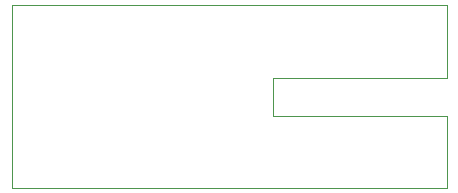
<source format=gko>
%FSLAX25Y25*%
%MOIN*%
G70*
G01*
G75*
G04 Layer_Color=16711935*
%ADD10C,0.05906*%
%ADD11R,0.05906X0.05906*%
%ADD12R,0.08000X0.06000*%
%ADD13O,0.08000X0.06000*%
%ADD14C,0.12000*%
%ADD15C,0.02000*%
%ADD16C,0.00787*%
%ADD17C,0.01000*%
%ADD18C,0.06706*%
%ADD19R,0.06706X0.06706*%
%ADD20R,0.08800X0.06800*%
%ADD21O,0.08800X0.06800*%
%ADD22C,0.12800*%
%ADD23C,0.00400*%
D23*
X0Y0D02*
X145000D01*
X0D02*
Y61000D01*
X145000D01*
Y36500D02*
Y61000D01*
X87000Y36500D02*
X145000D01*
X87000Y24000D02*
Y36500D01*
Y24000D02*
X145000D01*
Y0D02*
Y24000D01*
M02*

</source>
